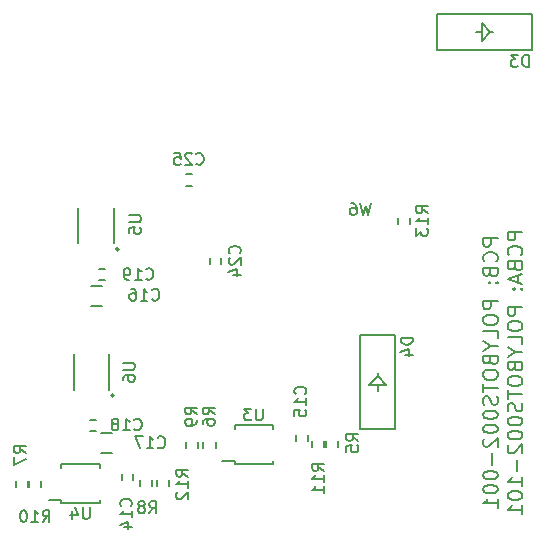
<source format=gbo>
G04 #@! TF.FileFunction,Legend,Bot*
%FSLAX46Y46*%
G04 Gerber Fmt 4.6, Leading zero omitted, Abs format (unit mm)*
G04 Created by KiCad (PCBNEW 4.0.5) date Mon Feb 27 06:48:06 2017*
%MOMM*%
%LPD*%
G01*
G04 APERTURE LIST*
%ADD10C,0.100000*%
%ADD11C,0.200000*%
%ADD12C,0.150000*%
G04 APERTURE END LIST*
D10*
D11*
X141927976Y-63180953D02*
X140677976Y-63180953D01*
X140677976Y-63657144D01*
X140737500Y-63776191D01*
X140797024Y-63835715D01*
X140916071Y-63895239D01*
X141094643Y-63895239D01*
X141213690Y-63835715D01*
X141273214Y-63776191D01*
X141332738Y-63657144D01*
X141332738Y-63180953D01*
X141808929Y-65145239D02*
X141868452Y-65085715D01*
X141927976Y-64907144D01*
X141927976Y-64788096D01*
X141868452Y-64609524D01*
X141749405Y-64490477D01*
X141630357Y-64430953D01*
X141392262Y-64371429D01*
X141213690Y-64371429D01*
X140975595Y-64430953D01*
X140856548Y-64490477D01*
X140737500Y-64609524D01*
X140677976Y-64788096D01*
X140677976Y-64907144D01*
X140737500Y-65085715D01*
X140797024Y-65145239D01*
X141273214Y-66097620D02*
X141332738Y-66276191D01*
X141392262Y-66335715D01*
X141511310Y-66395239D01*
X141689881Y-66395239D01*
X141808929Y-66335715D01*
X141868452Y-66276191D01*
X141927976Y-66157144D01*
X141927976Y-65680953D01*
X140677976Y-65680953D01*
X140677976Y-66097620D01*
X140737500Y-66216667D01*
X140797024Y-66276191D01*
X140916071Y-66335715D01*
X141035119Y-66335715D01*
X141154167Y-66276191D01*
X141213690Y-66216667D01*
X141273214Y-66097620D01*
X141273214Y-65680953D01*
X141808929Y-66930953D02*
X141868452Y-66990477D01*
X141927976Y-66930953D01*
X141868452Y-66871429D01*
X141808929Y-66930953D01*
X141927976Y-66930953D01*
X141154167Y-66930953D02*
X141213690Y-66990477D01*
X141273214Y-66930953D01*
X141213690Y-66871429D01*
X141154167Y-66930953D01*
X141273214Y-66930953D01*
X141927976Y-68478572D02*
X140677976Y-68478572D01*
X140677976Y-68954763D01*
X140737500Y-69073810D01*
X140797024Y-69133334D01*
X140916071Y-69192858D01*
X141094643Y-69192858D01*
X141213690Y-69133334D01*
X141273214Y-69073810D01*
X141332738Y-68954763D01*
X141332738Y-68478572D01*
X140677976Y-69966667D02*
X140677976Y-70204763D01*
X140737500Y-70323810D01*
X140856548Y-70442858D01*
X141094643Y-70502382D01*
X141511310Y-70502382D01*
X141749405Y-70442858D01*
X141868452Y-70323810D01*
X141927976Y-70204763D01*
X141927976Y-69966667D01*
X141868452Y-69847620D01*
X141749405Y-69728572D01*
X141511310Y-69669048D01*
X141094643Y-69669048D01*
X140856548Y-69728572D01*
X140737500Y-69847620D01*
X140677976Y-69966667D01*
X141927976Y-71633334D02*
X141927976Y-71038096D01*
X140677976Y-71038096D01*
X141332738Y-72288096D02*
X141927976Y-72288096D01*
X140677976Y-71871430D02*
X141332738Y-72288096D01*
X140677976Y-72704763D01*
X141273214Y-73538097D02*
X141332738Y-73716668D01*
X141392262Y-73776192D01*
X141511310Y-73835716D01*
X141689881Y-73835716D01*
X141808929Y-73776192D01*
X141868452Y-73716668D01*
X141927976Y-73597621D01*
X141927976Y-73121430D01*
X140677976Y-73121430D01*
X140677976Y-73538097D01*
X140737500Y-73657144D01*
X140797024Y-73716668D01*
X140916071Y-73776192D01*
X141035119Y-73776192D01*
X141154167Y-73716668D01*
X141213690Y-73657144D01*
X141273214Y-73538097D01*
X141273214Y-73121430D01*
X140677976Y-74609525D02*
X140677976Y-74847621D01*
X140737500Y-74966668D01*
X140856548Y-75085716D01*
X141094643Y-75145240D01*
X141511310Y-75145240D01*
X141749405Y-75085716D01*
X141868452Y-74966668D01*
X141927976Y-74847621D01*
X141927976Y-74609525D01*
X141868452Y-74490478D01*
X141749405Y-74371430D01*
X141511310Y-74311906D01*
X141094643Y-74311906D01*
X140856548Y-74371430D01*
X140737500Y-74490478D01*
X140677976Y-74609525D01*
X140677976Y-75502383D02*
X140677976Y-76216668D01*
X141927976Y-75859525D02*
X140677976Y-75859525D01*
X141868452Y-76573811D02*
X141927976Y-76752383D01*
X141927976Y-77050002D01*
X141868452Y-77169049D01*
X141808929Y-77228573D01*
X141689881Y-77288097D01*
X141570833Y-77288097D01*
X141451786Y-77228573D01*
X141392262Y-77169049D01*
X141332738Y-77050002D01*
X141273214Y-76811906D01*
X141213690Y-76692859D01*
X141154167Y-76633335D01*
X141035119Y-76573811D01*
X140916071Y-76573811D01*
X140797024Y-76633335D01*
X140737500Y-76692859D01*
X140677976Y-76811906D01*
X140677976Y-77109526D01*
X140737500Y-77288097D01*
X140677976Y-78061906D02*
X140677976Y-78180954D01*
X140737500Y-78300002D01*
X140797024Y-78359525D01*
X140916071Y-78419049D01*
X141154167Y-78478573D01*
X141451786Y-78478573D01*
X141689881Y-78419049D01*
X141808929Y-78359525D01*
X141868452Y-78300002D01*
X141927976Y-78180954D01*
X141927976Y-78061906D01*
X141868452Y-77942859D01*
X141808929Y-77883335D01*
X141689881Y-77823811D01*
X141451786Y-77764287D01*
X141154167Y-77764287D01*
X140916071Y-77823811D01*
X140797024Y-77883335D01*
X140737500Y-77942859D01*
X140677976Y-78061906D01*
X140677976Y-79252382D02*
X140677976Y-79371430D01*
X140737500Y-79490478D01*
X140797024Y-79550001D01*
X140916071Y-79609525D01*
X141154167Y-79669049D01*
X141451786Y-79669049D01*
X141689881Y-79609525D01*
X141808929Y-79550001D01*
X141868452Y-79490478D01*
X141927976Y-79371430D01*
X141927976Y-79252382D01*
X141868452Y-79133335D01*
X141808929Y-79073811D01*
X141689881Y-79014287D01*
X141451786Y-78954763D01*
X141154167Y-78954763D01*
X140916071Y-79014287D01*
X140797024Y-79073811D01*
X140737500Y-79133335D01*
X140677976Y-79252382D01*
X140797024Y-80145239D02*
X140737500Y-80204763D01*
X140677976Y-80323811D01*
X140677976Y-80621430D01*
X140737500Y-80740477D01*
X140797024Y-80800001D01*
X140916071Y-80859525D01*
X141035119Y-80859525D01*
X141213690Y-80800001D01*
X141927976Y-80085715D01*
X141927976Y-80859525D01*
X141451786Y-81395239D02*
X141451786Y-82347620D01*
X140677976Y-83180953D02*
X140677976Y-83300001D01*
X140737500Y-83419049D01*
X140797024Y-83478572D01*
X140916071Y-83538096D01*
X141154167Y-83597620D01*
X141451786Y-83597620D01*
X141689881Y-83538096D01*
X141808929Y-83478572D01*
X141868452Y-83419049D01*
X141927976Y-83300001D01*
X141927976Y-83180953D01*
X141868452Y-83061906D01*
X141808929Y-83002382D01*
X141689881Y-82942858D01*
X141451786Y-82883334D01*
X141154167Y-82883334D01*
X140916071Y-82942858D01*
X140797024Y-83002382D01*
X140737500Y-83061906D01*
X140677976Y-83180953D01*
X140677976Y-84371429D02*
X140677976Y-84490477D01*
X140737500Y-84609525D01*
X140797024Y-84669048D01*
X140916071Y-84728572D01*
X141154167Y-84788096D01*
X141451786Y-84788096D01*
X141689881Y-84728572D01*
X141808929Y-84669048D01*
X141868452Y-84609525D01*
X141927976Y-84490477D01*
X141927976Y-84371429D01*
X141868452Y-84252382D01*
X141808929Y-84192858D01*
X141689881Y-84133334D01*
X141451786Y-84073810D01*
X141154167Y-84073810D01*
X140916071Y-84133334D01*
X140797024Y-84192858D01*
X140737500Y-84252382D01*
X140677976Y-84371429D01*
X141927976Y-85978572D02*
X141927976Y-85264286D01*
X141927976Y-85621429D02*
X140677976Y-85621429D01*
X140856548Y-85502381D01*
X140975595Y-85383334D01*
X141035119Y-85264286D01*
X144002976Y-62645238D02*
X142752976Y-62645238D01*
X142752976Y-63121429D01*
X142812500Y-63240476D01*
X142872024Y-63300000D01*
X142991071Y-63359524D01*
X143169643Y-63359524D01*
X143288690Y-63300000D01*
X143348214Y-63240476D01*
X143407738Y-63121429D01*
X143407738Y-62645238D01*
X143883929Y-64609524D02*
X143943452Y-64550000D01*
X144002976Y-64371429D01*
X144002976Y-64252381D01*
X143943452Y-64073809D01*
X143824405Y-63954762D01*
X143705357Y-63895238D01*
X143467262Y-63835714D01*
X143288690Y-63835714D01*
X143050595Y-63895238D01*
X142931548Y-63954762D01*
X142812500Y-64073809D01*
X142752976Y-64252381D01*
X142752976Y-64371429D01*
X142812500Y-64550000D01*
X142872024Y-64609524D01*
X143348214Y-65561905D02*
X143407738Y-65740476D01*
X143467262Y-65800000D01*
X143586310Y-65859524D01*
X143764881Y-65859524D01*
X143883929Y-65800000D01*
X143943452Y-65740476D01*
X144002976Y-65621429D01*
X144002976Y-65145238D01*
X142752976Y-65145238D01*
X142752976Y-65561905D01*
X142812500Y-65680952D01*
X142872024Y-65740476D01*
X142991071Y-65800000D01*
X143110119Y-65800000D01*
X143229167Y-65740476D01*
X143288690Y-65680952D01*
X143348214Y-65561905D01*
X143348214Y-65145238D01*
X143645833Y-66335714D02*
X143645833Y-66930952D01*
X144002976Y-66216667D02*
X142752976Y-66633333D01*
X144002976Y-67050000D01*
X143883929Y-67466667D02*
X143943452Y-67526191D01*
X144002976Y-67466667D01*
X143943452Y-67407143D01*
X143883929Y-67466667D01*
X144002976Y-67466667D01*
X143229167Y-67466667D02*
X143288690Y-67526191D01*
X143348214Y-67466667D01*
X143288690Y-67407143D01*
X143229167Y-67466667D01*
X143348214Y-67466667D01*
X144002976Y-69014286D02*
X142752976Y-69014286D01*
X142752976Y-69490477D01*
X142812500Y-69609524D01*
X142872024Y-69669048D01*
X142991071Y-69728572D01*
X143169643Y-69728572D01*
X143288690Y-69669048D01*
X143348214Y-69609524D01*
X143407738Y-69490477D01*
X143407738Y-69014286D01*
X142752976Y-70502381D02*
X142752976Y-70740477D01*
X142812500Y-70859524D01*
X142931548Y-70978572D01*
X143169643Y-71038096D01*
X143586310Y-71038096D01*
X143824405Y-70978572D01*
X143943452Y-70859524D01*
X144002976Y-70740477D01*
X144002976Y-70502381D01*
X143943452Y-70383334D01*
X143824405Y-70264286D01*
X143586310Y-70204762D01*
X143169643Y-70204762D01*
X142931548Y-70264286D01*
X142812500Y-70383334D01*
X142752976Y-70502381D01*
X144002976Y-72169048D02*
X144002976Y-71573810D01*
X142752976Y-71573810D01*
X143407738Y-72823810D02*
X144002976Y-72823810D01*
X142752976Y-72407144D02*
X143407738Y-72823810D01*
X142752976Y-73240477D01*
X143348214Y-74073811D02*
X143407738Y-74252382D01*
X143467262Y-74311906D01*
X143586310Y-74371430D01*
X143764881Y-74371430D01*
X143883929Y-74311906D01*
X143943452Y-74252382D01*
X144002976Y-74133335D01*
X144002976Y-73657144D01*
X142752976Y-73657144D01*
X142752976Y-74073811D01*
X142812500Y-74192858D01*
X142872024Y-74252382D01*
X142991071Y-74311906D01*
X143110119Y-74311906D01*
X143229167Y-74252382D01*
X143288690Y-74192858D01*
X143348214Y-74073811D01*
X143348214Y-73657144D01*
X142752976Y-75145239D02*
X142752976Y-75383335D01*
X142812500Y-75502382D01*
X142931548Y-75621430D01*
X143169643Y-75680954D01*
X143586310Y-75680954D01*
X143824405Y-75621430D01*
X143943452Y-75502382D01*
X144002976Y-75383335D01*
X144002976Y-75145239D01*
X143943452Y-75026192D01*
X143824405Y-74907144D01*
X143586310Y-74847620D01*
X143169643Y-74847620D01*
X142931548Y-74907144D01*
X142812500Y-75026192D01*
X142752976Y-75145239D01*
X142752976Y-76038097D02*
X142752976Y-76752382D01*
X144002976Y-76395239D02*
X142752976Y-76395239D01*
X143943452Y-77109525D02*
X144002976Y-77288097D01*
X144002976Y-77585716D01*
X143943452Y-77704763D01*
X143883929Y-77764287D01*
X143764881Y-77823811D01*
X143645833Y-77823811D01*
X143526786Y-77764287D01*
X143467262Y-77704763D01*
X143407738Y-77585716D01*
X143348214Y-77347620D01*
X143288690Y-77228573D01*
X143229167Y-77169049D01*
X143110119Y-77109525D01*
X142991071Y-77109525D01*
X142872024Y-77169049D01*
X142812500Y-77228573D01*
X142752976Y-77347620D01*
X142752976Y-77645240D01*
X142812500Y-77823811D01*
X142752976Y-78597620D02*
X142752976Y-78716668D01*
X142812500Y-78835716D01*
X142872024Y-78895239D01*
X142991071Y-78954763D01*
X143229167Y-79014287D01*
X143526786Y-79014287D01*
X143764881Y-78954763D01*
X143883929Y-78895239D01*
X143943452Y-78835716D01*
X144002976Y-78716668D01*
X144002976Y-78597620D01*
X143943452Y-78478573D01*
X143883929Y-78419049D01*
X143764881Y-78359525D01*
X143526786Y-78300001D01*
X143229167Y-78300001D01*
X142991071Y-78359525D01*
X142872024Y-78419049D01*
X142812500Y-78478573D01*
X142752976Y-78597620D01*
X142752976Y-79788096D02*
X142752976Y-79907144D01*
X142812500Y-80026192D01*
X142872024Y-80085715D01*
X142991071Y-80145239D01*
X143229167Y-80204763D01*
X143526786Y-80204763D01*
X143764881Y-80145239D01*
X143883929Y-80085715D01*
X143943452Y-80026192D01*
X144002976Y-79907144D01*
X144002976Y-79788096D01*
X143943452Y-79669049D01*
X143883929Y-79609525D01*
X143764881Y-79550001D01*
X143526786Y-79490477D01*
X143229167Y-79490477D01*
X142991071Y-79550001D01*
X142872024Y-79609525D01*
X142812500Y-79669049D01*
X142752976Y-79788096D01*
X142872024Y-80680953D02*
X142812500Y-80740477D01*
X142752976Y-80859525D01*
X142752976Y-81157144D01*
X142812500Y-81276191D01*
X142872024Y-81335715D01*
X142991071Y-81395239D01*
X143110119Y-81395239D01*
X143288690Y-81335715D01*
X144002976Y-80621429D01*
X144002976Y-81395239D01*
X143526786Y-81930953D02*
X143526786Y-82883334D01*
X144002976Y-84133334D02*
X144002976Y-83419048D01*
X144002976Y-83776191D02*
X142752976Y-83776191D01*
X142931548Y-83657143D01*
X143050595Y-83538096D01*
X143110119Y-83419048D01*
X142752976Y-84907143D02*
X142752976Y-85026191D01*
X142812500Y-85145239D01*
X142872024Y-85204762D01*
X142991071Y-85264286D01*
X143229167Y-85323810D01*
X143526786Y-85323810D01*
X143764881Y-85264286D01*
X143883929Y-85204762D01*
X143943452Y-85145239D01*
X144002976Y-85026191D01*
X144002976Y-84907143D01*
X143943452Y-84788096D01*
X143883929Y-84728572D01*
X143764881Y-84669048D01*
X143526786Y-84609524D01*
X143229167Y-84609524D01*
X142991071Y-84669048D01*
X142872024Y-84728572D01*
X142812500Y-84788096D01*
X142752976Y-84907143D01*
X144002976Y-86514286D02*
X144002976Y-85800000D01*
X144002976Y-86157143D02*
X142752976Y-86157143D01*
X142931548Y-86038095D01*
X143050595Y-85919048D01*
X143110119Y-85800000D01*
D12*
X119675000Y-82275000D02*
X119675000Y-82000000D01*
X122925000Y-82275000D02*
X122925000Y-82000000D01*
X122925000Y-79025000D02*
X122925000Y-79300000D01*
X119675000Y-79025000D02*
X119675000Y-79300000D01*
X119675000Y-82275000D02*
X122925000Y-82275000D01*
X119675000Y-79025000D02*
X122925000Y-79025000D01*
X119675000Y-82000000D02*
X118600000Y-82000000D01*
X111075000Y-83150000D02*
X111075000Y-83650000D01*
X110125000Y-83650000D02*
X110125000Y-83150000D01*
X125825000Y-79850000D02*
X125825000Y-80350000D01*
X124875000Y-80350000D02*
X124875000Y-79850000D01*
X108450000Y-68900000D02*
X107450000Y-68900000D01*
X107450000Y-67200000D02*
X108450000Y-67200000D01*
X109300000Y-81350000D02*
X108300000Y-81350000D01*
X108300000Y-79650000D02*
X109300000Y-79650000D01*
X107900000Y-79475000D02*
X107400000Y-79475000D01*
X107400000Y-78525000D02*
X107900000Y-78525000D01*
X108700000Y-66725000D02*
X108200000Y-66725000D01*
X108200000Y-65775000D02*
X108700000Y-65775000D01*
X118475000Y-64850000D02*
X118475000Y-65350000D01*
X117525000Y-65350000D02*
X117525000Y-64850000D01*
X116000000Y-58725000D02*
X115500000Y-58725000D01*
X115500000Y-57775000D02*
X116000000Y-57775000D01*
X141300000Y-45700000D02*
X141550000Y-45700000D01*
X140550000Y-45700000D02*
X140050000Y-45700000D01*
X140550000Y-46450000D02*
X140550000Y-44950000D01*
X141300000Y-45700000D02*
X140550000Y-46450000D01*
X140550000Y-44950000D02*
X141300000Y-45700000D01*
X144800000Y-47200000D02*
X144800000Y-44200000D01*
X136800000Y-47200000D02*
X144800000Y-47200000D01*
X136800000Y-44200000D02*
X136800000Y-47200000D01*
X144800000Y-44200000D02*
X136800000Y-44200000D01*
X131750000Y-74850000D02*
X131750000Y-74600000D01*
X131750000Y-75600000D02*
X131750000Y-76100000D01*
X132500000Y-75600000D02*
X131000000Y-75600000D01*
X131750000Y-74850000D02*
X132500000Y-75600000D01*
X131000000Y-75600000D02*
X131750000Y-74850000D01*
X133250000Y-71350000D02*
X130250000Y-71350000D01*
X133250000Y-79350000D02*
X133250000Y-71350000D01*
X130250000Y-79350000D02*
X133250000Y-79350000D01*
X130250000Y-71350000D02*
X130250000Y-79350000D01*
X128425000Y-80350000D02*
X128425000Y-80850000D01*
X127375000Y-80850000D02*
X127375000Y-80350000D01*
X118025000Y-80450000D02*
X118025000Y-80950000D01*
X116975000Y-80950000D02*
X116975000Y-80450000D01*
X101125000Y-84250000D02*
X101125000Y-83750000D01*
X102175000Y-83750000D02*
X102175000Y-84250000D01*
X111625000Y-84150000D02*
X111625000Y-83650000D01*
X112675000Y-83650000D02*
X112675000Y-84150000D01*
X115525000Y-80950000D02*
X115525000Y-80450000D01*
X116575000Y-80450000D02*
X116575000Y-80950000D01*
X103275000Y-83750000D02*
X103275000Y-84250000D01*
X102225000Y-84250000D02*
X102225000Y-83750000D01*
X126175000Y-80850000D02*
X126175000Y-80350000D01*
X127225000Y-80350000D02*
X127225000Y-80850000D01*
X114125000Y-83650000D02*
X114125000Y-84150000D01*
X113075000Y-84150000D02*
X113075000Y-83650000D01*
X133475000Y-61950000D02*
X133475000Y-61450000D01*
X134525000Y-61450000D02*
X134525000Y-61950000D01*
X104975000Y-85575000D02*
X104975000Y-85300000D01*
X108225000Y-85575000D02*
X108225000Y-85300000D01*
X108225000Y-82325000D02*
X108225000Y-82600000D01*
X104975000Y-82325000D02*
X104975000Y-82600000D01*
X104975000Y-85575000D02*
X108225000Y-85575000D01*
X104975000Y-82325000D02*
X108225000Y-82325000D01*
X104975000Y-85300000D02*
X103900000Y-85300000D01*
X109841421Y-64100000D02*
G75*
G03X109841421Y-64100000I-141421J0D01*
G01*
X106400000Y-63600000D02*
X106400000Y-60600000D01*
X109400000Y-63600000D02*
X109400000Y-60600000D01*
X109441421Y-76500000D02*
G75*
G03X109441421Y-76500000I-141421J0D01*
G01*
X106000000Y-76000000D02*
X106000000Y-73000000D01*
X109000000Y-76000000D02*
X109000000Y-73000000D01*
X122011905Y-77602381D02*
X122011905Y-78411905D01*
X121964286Y-78507143D01*
X121916667Y-78554762D01*
X121821429Y-78602381D01*
X121630952Y-78602381D01*
X121535714Y-78554762D01*
X121488095Y-78507143D01*
X121440476Y-78411905D01*
X121440476Y-77602381D01*
X121059524Y-77602381D02*
X120440476Y-77602381D01*
X120773810Y-77983333D01*
X120630952Y-77983333D01*
X120535714Y-78030952D01*
X120488095Y-78078571D01*
X120440476Y-78173810D01*
X120440476Y-78411905D01*
X120488095Y-78507143D01*
X120535714Y-78554762D01*
X120630952Y-78602381D01*
X120916667Y-78602381D01*
X121011905Y-78554762D01*
X121059524Y-78507143D01*
X110857143Y-85857143D02*
X110904762Y-85809524D01*
X110952381Y-85666667D01*
X110952381Y-85571429D01*
X110904762Y-85428571D01*
X110809524Y-85333333D01*
X110714286Y-85285714D01*
X110523810Y-85238095D01*
X110380952Y-85238095D01*
X110190476Y-85285714D01*
X110095238Y-85333333D01*
X110000000Y-85428571D01*
X109952381Y-85571429D01*
X109952381Y-85666667D01*
X110000000Y-85809524D01*
X110047619Y-85857143D01*
X110952381Y-86809524D02*
X110952381Y-86238095D01*
X110952381Y-86523809D02*
X109952381Y-86523809D01*
X110095238Y-86428571D01*
X110190476Y-86333333D01*
X110238095Y-86238095D01*
X110285714Y-87666667D02*
X110952381Y-87666667D01*
X109904762Y-87428571D02*
X110619048Y-87190476D01*
X110619048Y-87809524D01*
X125607143Y-76357143D02*
X125654762Y-76309524D01*
X125702381Y-76166667D01*
X125702381Y-76071429D01*
X125654762Y-75928571D01*
X125559524Y-75833333D01*
X125464286Y-75785714D01*
X125273810Y-75738095D01*
X125130952Y-75738095D01*
X124940476Y-75785714D01*
X124845238Y-75833333D01*
X124750000Y-75928571D01*
X124702381Y-76071429D01*
X124702381Y-76166667D01*
X124750000Y-76309524D01*
X124797619Y-76357143D01*
X125702381Y-77309524D02*
X125702381Y-76738095D01*
X125702381Y-77023809D02*
X124702381Y-77023809D01*
X124845238Y-76928571D01*
X124940476Y-76833333D01*
X124988095Y-76738095D01*
X124702381Y-78214286D02*
X124702381Y-77738095D01*
X125178571Y-77690476D01*
X125130952Y-77738095D01*
X125083333Y-77833333D01*
X125083333Y-78071429D01*
X125130952Y-78166667D01*
X125178571Y-78214286D01*
X125273810Y-78261905D01*
X125511905Y-78261905D01*
X125607143Y-78214286D01*
X125654762Y-78166667D01*
X125702381Y-78071429D01*
X125702381Y-77833333D01*
X125654762Y-77738095D01*
X125607143Y-77690476D01*
X112642857Y-68357143D02*
X112690476Y-68404762D01*
X112833333Y-68452381D01*
X112928571Y-68452381D01*
X113071429Y-68404762D01*
X113166667Y-68309524D01*
X113214286Y-68214286D01*
X113261905Y-68023810D01*
X113261905Y-67880952D01*
X113214286Y-67690476D01*
X113166667Y-67595238D01*
X113071429Y-67500000D01*
X112928571Y-67452381D01*
X112833333Y-67452381D01*
X112690476Y-67500000D01*
X112642857Y-67547619D01*
X111690476Y-68452381D02*
X112261905Y-68452381D01*
X111976191Y-68452381D02*
X111976191Y-67452381D01*
X112071429Y-67595238D01*
X112166667Y-67690476D01*
X112261905Y-67738095D01*
X110833333Y-67452381D02*
X111023810Y-67452381D01*
X111119048Y-67500000D01*
X111166667Y-67547619D01*
X111261905Y-67690476D01*
X111309524Y-67880952D01*
X111309524Y-68261905D01*
X111261905Y-68357143D01*
X111214286Y-68404762D01*
X111119048Y-68452381D01*
X110928571Y-68452381D01*
X110833333Y-68404762D01*
X110785714Y-68357143D01*
X110738095Y-68261905D01*
X110738095Y-68023810D01*
X110785714Y-67928571D01*
X110833333Y-67880952D01*
X110928571Y-67833333D01*
X111119048Y-67833333D01*
X111214286Y-67880952D01*
X111261905Y-67928571D01*
X111309524Y-68023810D01*
X113142857Y-80857143D02*
X113190476Y-80904762D01*
X113333333Y-80952381D01*
X113428571Y-80952381D01*
X113571429Y-80904762D01*
X113666667Y-80809524D01*
X113714286Y-80714286D01*
X113761905Y-80523810D01*
X113761905Y-80380952D01*
X113714286Y-80190476D01*
X113666667Y-80095238D01*
X113571429Y-80000000D01*
X113428571Y-79952381D01*
X113333333Y-79952381D01*
X113190476Y-80000000D01*
X113142857Y-80047619D01*
X112190476Y-80952381D02*
X112761905Y-80952381D01*
X112476191Y-80952381D02*
X112476191Y-79952381D01*
X112571429Y-80095238D01*
X112666667Y-80190476D01*
X112761905Y-80238095D01*
X111857143Y-79952381D02*
X111190476Y-79952381D01*
X111619048Y-80952381D01*
X111142857Y-79357143D02*
X111190476Y-79404762D01*
X111333333Y-79452381D01*
X111428571Y-79452381D01*
X111571429Y-79404762D01*
X111666667Y-79309524D01*
X111714286Y-79214286D01*
X111761905Y-79023810D01*
X111761905Y-78880952D01*
X111714286Y-78690476D01*
X111666667Y-78595238D01*
X111571429Y-78500000D01*
X111428571Y-78452381D01*
X111333333Y-78452381D01*
X111190476Y-78500000D01*
X111142857Y-78547619D01*
X110190476Y-79452381D02*
X110761905Y-79452381D01*
X110476191Y-79452381D02*
X110476191Y-78452381D01*
X110571429Y-78595238D01*
X110666667Y-78690476D01*
X110761905Y-78738095D01*
X109619048Y-78880952D02*
X109714286Y-78833333D01*
X109761905Y-78785714D01*
X109809524Y-78690476D01*
X109809524Y-78642857D01*
X109761905Y-78547619D01*
X109714286Y-78500000D01*
X109619048Y-78452381D01*
X109428571Y-78452381D01*
X109333333Y-78500000D01*
X109285714Y-78547619D01*
X109238095Y-78642857D01*
X109238095Y-78690476D01*
X109285714Y-78785714D01*
X109333333Y-78833333D01*
X109428571Y-78880952D01*
X109619048Y-78880952D01*
X109714286Y-78928571D01*
X109761905Y-78976190D01*
X109809524Y-79071429D01*
X109809524Y-79261905D01*
X109761905Y-79357143D01*
X109714286Y-79404762D01*
X109619048Y-79452381D01*
X109428571Y-79452381D01*
X109333333Y-79404762D01*
X109285714Y-79357143D01*
X109238095Y-79261905D01*
X109238095Y-79071429D01*
X109285714Y-78976190D01*
X109333333Y-78928571D01*
X109428571Y-78880952D01*
X112142857Y-66607143D02*
X112190476Y-66654762D01*
X112333333Y-66702381D01*
X112428571Y-66702381D01*
X112571429Y-66654762D01*
X112666667Y-66559524D01*
X112714286Y-66464286D01*
X112761905Y-66273810D01*
X112761905Y-66130952D01*
X112714286Y-65940476D01*
X112666667Y-65845238D01*
X112571429Y-65750000D01*
X112428571Y-65702381D01*
X112333333Y-65702381D01*
X112190476Y-65750000D01*
X112142857Y-65797619D01*
X111190476Y-66702381D02*
X111761905Y-66702381D01*
X111476191Y-66702381D02*
X111476191Y-65702381D01*
X111571429Y-65845238D01*
X111666667Y-65940476D01*
X111761905Y-65988095D01*
X110714286Y-66702381D02*
X110523810Y-66702381D01*
X110428571Y-66654762D01*
X110380952Y-66607143D01*
X110285714Y-66464286D01*
X110238095Y-66273810D01*
X110238095Y-65892857D01*
X110285714Y-65797619D01*
X110333333Y-65750000D01*
X110428571Y-65702381D01*
X110619048Y-65702381D01*
X110714286Y-65750000D01*
X110761905Y-65797619D01*
X110809524Y-65892857D01*
X110809524Y-66130952D01*
X110761905Y-66226190D01*
X110714286Y-66273810D01*
X110619048Y-66321429D01*
X110428571Y-66321429D01*
X110333333Y-66273810D01*
X110285714Y-66226190D01*
X110238095Y-66130952D01*
X120057143Y-64457143D02*
X120104762Y-64409524D01*
X120152381Y-64266667D01*
X120152381Y-64171429D01*
X120104762Y-64028571D01*
X120009524Y-63933333D01*
X119914286Y-63885714D01*
X119723810Y-63838095D01*
X119580952Y-63838095D01*
X119390476Y-63885714D01*
X119295238Y-63933333D01*
X119200000Y-64028571D01*
X119152381Y-64171429D01*
X119152381Y-64266667D01*
X119200000Y-64409524D01*
X119247619Y-64457143D01*
X119247619Y-64838095D02*
X119200000Y-64885714D01*
X119152381Y-64980952D01*
X119152381Y-65219048D01*
X119200000Y-65314286D01*
X119247619Y-65361905D01*
X119342857Y-65409524D01*
X119438095Y-65409524D01*
X119580952Y-65361905D01*
X120152381Y-64790476D01*
X120152381Y-65409524D01*
X119485714Y-66266667D02*
X120152381Y-66266667D01*
X119104762Y-66028571D02*
X119819048Y-65790476D01*
X119819048Y-66409524D01*
X116392857Y-56857143D02*
X116440476Y-56904762D01*
X116583333Y-56952381D01*
X116678571Y-56952381D01*
X116821429Y-56904762D01*
X116916667Y-56809524D01*
X116964286Y-56714286D01*
X117011905Y-56523810D01*
X117011905Y-56380952D01*
X116964286Y-56190476D01*
X116916667Y-56095238D01*
X116821429Y-56000000D01*
X116678571Y-55952381D01*
X116583333Y-55952381D01*
X116440476Y-56000000D01*
X116392857Y-56047619D01*
X116011905Y-56047619D02*
X115964286Y-56000000D01*
X115869048Y-55952381D01*
X115630952Y-55952381D01*
X115535714Y-56000000D01*
X115488095Y-56047619D01*
X115440476Y-56142857D01*
X115440476Y-56238095D01*
X115488095Y-56380952D01*
X116059524Y-56952381D01*
X115440476Y-56952381D01*
X114535714Y-55952381D02*
X115011905Y-55952381D01*
X115059524Y-56428571D01*
X115011905Y-56380952D01*
X114916667Y-56333333D01*
X114678571Y-56333333D01*
X114583333Y-56380952D01*
X114535714Y-56428571D01*
X114488095Y-56523810D01*
X114488095Y-56761905D01*
X114535714Y-56857143D01*
X114583333Y-56904762D01*
X114678571Y-56952381D01*
X114916667Y-56952381D01*
X115011905Y-56904762D01*
X115059524Y-56857143D01*
X144538095Y-48652381D02*
X144538095Y-47652381D01*
X144300000Y-47652381D01*
X144157142Y-47700000D01*
X144061904Y-47795238D01*
X144014285Y-47890476D01*
X143966666Y-48080952D01*
X143966666Y-48223810D01*
X144014285Y-48414286D01*
X144061904Y-48509524D01*
X144157142Y-48604762D01*
X144300000Y-48652381D01*
X144538095Y-48652381D01*
X143633333Y-47652381D02*
X143014285Y-47652381D01*
X143347619Y-48033333D01*
X143204761Y-48033333D01*
X143109523Y-48080952D01*
X143061904Y-48128571D01*
X143014285Y-48223810D01*
X143014285Y-48461905D01*
X143061904Y-48557143D01*
X143109523Y-48604762D01*
X143204761Y-48652381D01*
X143490476Y-48652381D01*
X143585714Y-48604762D01*
X143633333Y-48557143D01*
X134702381Y-71611905D02*
X133702381Y-71611905D01*
X133702381Y-71850000D01*
X133750000Y-71992858D01*
X133845238Y-72088096D01*
X133940476Y-72135715D01*
X134130952Y-72183334D01*
X134273810Y-72183334D01*
X134464286Y-72135715D01*
X134559524Y-72088096D01*
X134654762Y-71992858D01*
X134702381Y-71850000D01*
X134702381Y-71611905D01*
X134035714Y-73040477D02*
X134702381Y-73040477D01*
X133654762Y-72802381D02*
X134369048Y-72564286D01*
X134369048Y-73183334D01*
X130102381Y-80333334D02*
X129626190Y-80000000D01*
X130102381Y-79761905D02*
X129102381Y-79761905D01*
X129102381Y-80142858D01*
X129150000Y-80238096D01*
X129197619Y-80285715D01*
X129292857Y-80333334D01*
X129435714Y-80333334D01*
X129530952Y-80285715D01*
X129578571Y-80238096D01*
X129626190Y-80142858D01*
X129626190Y-79761905D01*
X129102381Y-81238096D02*
X129102381Y-80761905D01*
X129578571Y-80714286D01*
X129530952Y-80761905D01*
X129483333Y-80857143D01*
X129483333Y-81095239D01*
X129530952Y-81190477D01*
X129578571Y-81238096D01*
X129673810Y-81285715D01*
X129911905Y-81285715D01*
X130007143Y-81238096D01*
X130054762Y-81190477D01*
X130102381Y-81095239D01*
X130102381Y-80857143D01*
X130054762Y-80761905D01*
X130007143Y-80714286D01*
X117952381Y-78083334D02*
X117476190Y-77750000D01*
X117952381Y-77511905D02*
X116952381Y-77511905D01*
X116952381Y-77892858D01*
X117000000Y-77988096D01*
X117047619Y-78035715D01*
X117142857Y-78083334D01*
X117285714Y-78083334D01*
X117380952Y-78035715D01*
X117428571Y-77988096D01*
X117476190Y-77892858D01*
X117476190Y-77511905D01*
X116952381Y-78940477D02*
X116952381Y-78750000D01*
X117000000Y-78654762D01*
X117047619Y-78607143D01*
X117190476Y-78511905D01*
X117380952Y-78464286D01*
X117761905Y-78464286D01*
X117857143Y-78511905D01*
X117904762Y-78559524D01*
X117952381Y-78654762D01*
X117952381Y-78845239D01*
X117904762Y-78940477D01*
X117857143Y-78988096D01*
X117761905Y-79035715D01*
X117523810Y-79035715D01*
X117428571Y-78988096D01*
X117380952Y-78940477D01*
X117333333Y-78845239D01*
X117333333Y-78654762D01*
X117380952Y-78559524D01*
X117428571Y-78511905D01*
X117523810Y-78464286D01*
X101952381Y-81333334D02*
X101476190Y-81000000D01*
X101952381Y-80761905D02*
X100952381Y-80761905D01*
X100952381Y-81142858D01*
X101000000Y-81238096D01*
X101047619Y-81285715D01*
X101142857Y-81333334D01*
X101285714Y-81333334D01*
X101380952Y-81285715D01*
X101428571Y-81238096D01*
X101476190Y-81142858D01*
X101476190Y-80761905D01*
X100952381Y-81666667D02*
X100952381Y-82333334D01*
X101952381Y-81904762D01*
X112416666Y-86452381D02*
X112750000Y-85976190D01*
X112988095Y-86452381D02*
X112988095Y-85452381D01*
X112607142Y-85452381D01*
X112511904Y-85500000D01*
X112464285Y-85547619D01*
X112416666Y-85642857D01*
X112416666Y-85785714D01*
X112464285Y-85880952D01*
X112511904Y-85928571D01*
X112607142Y-85976190D01*
X112988095Y-85976190D01*
X111845238Y-85880952D02*
X111940476Y-85833333D01*
X111988095Y-85785714D01*
X112035714Y-85690476D01*
X112035714Y-85642857D01*
X111988095Y-85547619D01*
X111940476Y-85500000D01*
X111845238Y-85452381D01*
X111654761Y-85452381D01*
X111559523Y-85500000D01*
X111511904Y-85547619D01*
X111464285Y-85642857D01*
X111464285Y-85690476D01*
X111511904Y-85785714D01*
X111559523Y-85833333D01*
X111654761Y-85880952D01*
X111845238Y-85880952D01*
X111940476Y-85928571D01*
X111988095Y-85976190D01*
X112035714Y-86071429D01*
X112035714Y-86261905D01*
X111988095Y-86357143D01*
X111940476Y-86404762D01*
X111845238Y-86452381D01*
X111654761Y-86452381D01*
X111559523Y-86404762D01*
X111511904Y-86357143D01*
X111464285Y-86261905D01*
X111464285Y-86071429D01*
X111511904Y-85976190D01*
X111559523Y-85928571D01*
X111654761Y-85880952D01*
X116452381Y-78083334D02*
X115976190Y-77750000D01*
X116452381Y-77511905D02*
X115452381Y-77511905D01*
X115452381Y-77892858D01*
X115500000Y-77988096D01*
X115547619Y-78035715D01*
X115642857Y-78083334D01*
X115785714Y-78083334D01*
X115880952Y-78035715D01*
X115928571Y-77988096D01*
X115976190Y-77892858D01*
X115976190Y-77511905D01*
X116452381Y-78559524D02*
X116452381Y-78750000D01*
X116404762Y-78845239D01*
X116357143Y-78892858D01*
X116214286Y-78988096D01*
X116023810Y-79035715D01*
X115642857Y-79035715D01*
X115547619Y-78988096D01*
X115500000Y-78940477D01*
X115452381Y-78845239D01*
X115452381Y-78654762D01*
X115500000Y-78559524D01*
X115547619Y-78511905D01*
X115642857Y-78464286D01*
X115880952Y-78464286D01*
X115976190Y-78511905D01*
X116023810Y-78559524D01*
X116071429Y-78654762D01*
X116071429Y-78845239D01*
X116023810Y-78940477D01*
X115976190Y-78988096D01*
X115880952Y-79035715D01*
X103392857Y-87202381D02*
X103726191Y-86726190D01*
X103964286Y-87202381D02*
X103964286Y-86202381D01*
X103583333Y-86202381D01*
X103488095Y-86250000D01*
X103440476Y-86297619D01*
X103392857Y-86392857D01*
X103392857Y-86535714D01*
X103440476Y-86630952D01*
X103488095Y-86678571D01*
X103583333Y-86726190D01*
X103964286Y-86726190D01*
X102440476Y-87202381D02*
X103011905Y-87202381D01*
X102726191Y-87202381D02*
X102726191Y-86202381D01*
X102821429Y-86345238D01*
X102916667Y-86440476D01*
X103011905Y-86488095D01*
X101821429Y-86202381D02*
X101726190Y-86202381D01*
X101630952Y-86250000D01*
X101583333Y-86297619D01*
X101535714Y-86392857D01*
X101488095Y-86583333D01*
X101488095Y-86821429D01*
X101535714Y-87011905D01*
X101583333Y-87107143D01*
X101630952Y-87154762D01*
X101726190Y-87202381D01*
X101821429Y-87202381D01*
X101916667Y-87154762D01*
X101964286Y-87107143D01*
X102011905Y-87011905D01*
X102059524Y-86821429D01*
X102059524Y-86583333D01*
X102011905Y-86392857D01*
X101964286Y-86297619D01*
X101916667Y-86250000D01*
X101821429Y-86202381D01*
X127202381Y-82857143D02*
X126726190Y-82523809D01*
X127202381Y-82285714D02*
X126202381Y-82285714D01*
X126202381Y-82666667D01*
X126250000Y-82761905D01*
X126297619Y-82809524D01*
X126392857Y-82857143D01*
X126535714Y-82857143D01*
X126630952Y-82809524D01*
X126678571Y-82761905D01*
X126726190Y-82666667D01*
X126726190Y-82285714D01*
X127202381Y-83809524D02*
X127202381Y-83238095D01*
X127202381Y-83523809D02*
X126202381Y-83523809D01*
X126345238Y-83428571D01*
X126440476Y-83333333D01*
X126488095Y-83238095D01*
X127202381Y-84761905D02*
X127202381Y-84190476D01*
X127202381Y-84476190D02*
X126202381Y-84476190D01*
X126345238Y-84380952D01*
X126440476Y-84285714D01*
X126488095Y-84190476D01*
X115702381Y-83357143D02*
X115226190Y-83023809D01*
X115702381Y-82785714D02*
X114702381Y-82785714D01*
X114702381Y-83166667D01*
X114750000Y-83261905D01*
X114797619Y-83309524D01*
X114892857Y-83357143D01*
X115035714Y-83357143D01*
X115130952Y-83309524D01*
X115178571Y-83261905D01*
X115226190Y-83166667D01*
X115226190Y-82785714D01*
X115702381Y-84309524D02*
X115702381Y-83738095D01*
X115702381Y-84023809D02*
X114702381Y-84023809D01*
X114845238Y-83928571D01*
X114940476Y-83833333D01*
X114988095Y-83738095D01*
X114797619Y-84690476D02*
X114750000Y-84738095D01*
X114702381Y-84833333D01*
X114702381Y-85071429D01*
X114750000Y-85166667D01*
X114797619Y-85214286D01*
X114892857Y-85261905D01*
X114988095Y-85261905D01*
X115130952Y-85214286D01*
X115702381Y-84642857D01*
X115702381Y-85261905D01*
X136002381Y-61057143D02*
X135526190Y-60723809D01*
X136002381Y-60485714D02*
X135002381Y-60485714D01*
X135002381Y-60866667D01*
X135050000Y-60961905D01*
X135097619Y-61009524D01*
X135192857Y-61057143D01*
X135335714Y-61057143D01*
X135430952Y-61009524D01*
X135478571Y-60961905D01*
X135526190Y-60866667D01*
X135526190Y-60485714D01*
X136002381Y-62009524D02*
X136002381Y-61438095D01*
X136002381Y-61723809D02*
X135002381Y-61723809D01*
X135145238Y-61628571D01*
X135240476Y-61533333D01*
X135288095Y-61438095D01*
X135002381Y-62342857D02*
X135002381Y-62961905D01*
X135383333Y-62628571D01*
X135383333Y-62771429D01*
X135430952Y-62866667D01*
X135478571Y-62914286D01*
X135573810Y-62961905D01*
X135811905Y-62961905D01*
X135907143Y-62914286D01*
X135954762Y-62866667D01*
X136002381Y-62771429D01*
X136002381Y-62485714D01*
X135954762Y-62390476D01*
X135907143Y-62342857D01*
X107361905Y-85952381D02*
X107361905Y-86761905D01*
X107314286Y-86857143D01*
X107266667Y-86904762D01*
X107171429Y-86952381D01*
X106980952Y-86952381D01*
X106885714Y-86904762D01*
X106838095Y-86857143D01*
X106790476Y-86761905D01*
X106790476Y-85952381D01*
X105885714Y-86285714D02*
X105885714Y-86952381D01*
X106123810Y-85904762D02*
X106361905Y-86619048D01*
X105742857Y-86619048D01*
X110702381Y-61238095D02*
X111511905Y-61238095D01*
X111607143Y-61285714D01*
X111654762Y-61333333D01*
X111702381Y-61428571D01*
X111702381Y-61619048D01*
X111654762Y-61714286D01*
X111607143Y-61761905D01*
X111511905Y-61809524D01*
X110702381Y-61809524D01*
X110702381Y-62761905D02*
X110702381Y-62285714D01*
X111178571Y-62238095D01*
X111130952Y-62285714D01*
X111083333Y-62380952D01*
X111083333Y-62619048D01*
X111130952Y-62714286D01*
X111178571Y-62761905D01*
X111273810Y-62809524D01*
X111511905Y-62809524D01*
X111607143Y-62761905D01*
X111654762Y-62714286D01*
X111702381Y-62619048D01*
X111702381Y-62380952D01*
X111654762Y-62285714D01*
X111607143Y-62238095D01*
X110202381Y-73738095D02*
X111011905Y-73738095D01*
X111107143Y-73785714D01*
X111154762Y-73833333D01*
X111202381Y-73928571D01*
X111202381Y-74119048D01*
X111154762Y-74214286D01*
X111107143Y-74261905D01*
X111011905Y-74309524D01*
X110202381Y-74309524D01*
X110202381Y-75214286D02*
X110202381Y-75023809D01*
X110250000Y-74928571D01*
X110297619Y-74880952D01*
X110440476Y-74785714D01*
X110630952Y-74738095D01*
X111011905Y-74738095D01*
X111107143Y-74785714D01*
X111154762Y-74833333D01*
X111202381Y-74928571D01*
X111202381Y-75119048D01*
X111154762Y-75214286D01*
X111107143Y-75261905D01*
X111011905Y-75309524D01*
X110773810Y-75309524D01*
X110678571Y-75261905D01*
X110630952Y-75214286D01*
X110583333Y-75119048D01*
X110583333Y-74928571D01*
X110630952Y-74833333D01*
X110678571Y-74785714D01*
X110773810Y-74738095D01*
X131154762Y-60202381D02*
X130916667Y-61202381D01*
X130726190Y-60488095D01*
X130535714Y-61202381D01*
X130297619Y-60202381D01*
X129488095Y-60202381D02*
X129678572Y-60202381D01*
X129773810Y-60250000D01*
X129821429Y-60297619D01*
X129916667Y-60440476D01*
X129964286Y-60630952D01*
X129964286Y-61011905D01*
X129916667Y-61107143D01*
X129869048Y-61154762D01*
X129773810Y-61202381D01*
X129583333Y-61202381D01*
X129488095Y-61154762D01*
X129440476Y-61107143D01*
X129392857Y-61011905D01*
X129392857Y-60773810D01*
X129440476Y-60678571D01*
X129488095Y-60630952D01*
X129583333Y-60583333D01*
X129773810Y-60583333D01*
X129869048Y-60630952D01*
X129916667Y-60678571D01*
X129964286Y-60773810D01*
M02*

</source>
